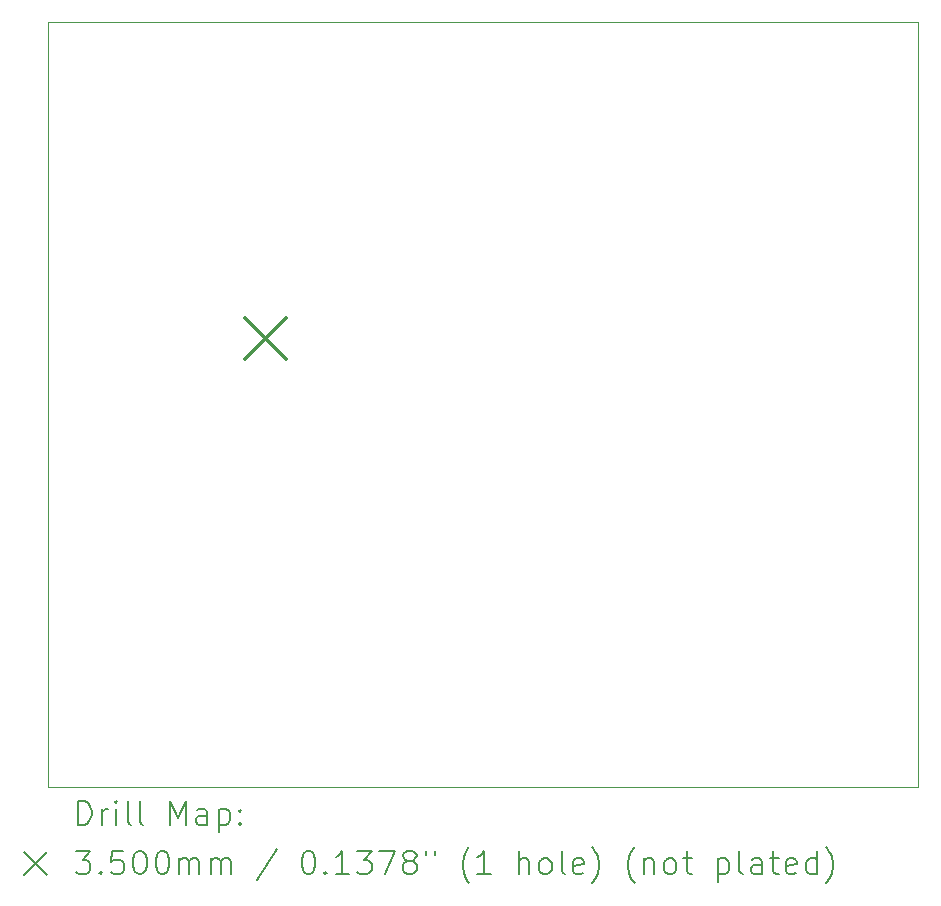
<source format=gbr>
%TF.GenerationSoftware,KiCad,Pcbnew,7.0.9*%
%TF.CreationDate,2025-08-15T16:54:00+02:00*%
%TF.ProjectId,Kicad_Projet_Sons_HW896_V2,4b696361-645f-4507-926f-6a65745f536f,rev?*%
%TF.SameCoordinates,Original*%
%TF.FileFunction,Drillmap*%
%TF.FilePolarity,Positive*%
%FSLAX45Y45*%
G04 Gerber Fmt 4.5, Leading zero omitted, Abs format (unit mm)*
G04 Created by KiCad (PCBNEW 7.0.9) date 2025-08-15 16:54:00*
%MOMM*%
%LPD*%
G01*
G04 APERTURE LIST*
%ADD10C,0.100000*%
%ADD11C,0.200000*%
%ADD12C,0.350000*%
G04 APERTURE END LIST*
D10*
X11046000Y-10800000D02*
X11046000Y-4319000D01*
X18412000Y-4319000D02*
X18412000Y-10800000D01*
X11046000Y-4319000D02*
X18412000Y-4319000D01*
X18412000Y-10800000D02*
X11046000Y-10800000D01*
D11*
D12*
X12715000Y-6824000D02*
X13065000Y-7174000D01*
X13065000Y-6824000D02*
X12715000Y-7174000D01*
D11*
X11301777Y-11116484D02*
X11301777Y-10916484D01*
X11301777Y-10916484D02*
X11349396Y-10916484D01*
X11349396Y-10916484D02*
X11377967Y-10926008D01*
X11377967Y-10926008D02*
X11397015Y-10945055D01*
X11397015Y-10945055D02*
X11406539Y-10964103D01*
X11406539Y-10964103D02*
X11416062Y-11002198D01*
X11416062Y-11002198D02*
X11416062Y-11030770D01*
X11416062Y-11030770D02*
X11406539Y-11068865D01*
X11406539Y-11068865D02*
X11397015Y-11087912D01*
X11397015Y-11087912D02*
X11377967Y-11106960D01*
X11377967Y-11106960D02*
X11349396Y-11116484D01*
X11349396Y-11116484D02*
X11301777Y-11116484D01*
X11501777Y-11116484D02*
X11501777Y-10983150D01*
X11501777Y-11021246D02*
X11511301Y-11002198D01*
X11511301Y-11002198D02*
X11520824Y-10992674D01*
X11520824Y-10992674D02*
X11539872Y-10983150D01*
X11539872Y-10983150D02*
X11558920Y-10983150D01*
X11625586Y-11116484D02*
X11625586Y-10983150D01*
X11625586Y-10916484D02*
X11616062Y-10926008D01*
X11616062Y-10926008D02*
X11625586Y-10935531D01*
X11625586Y-10935531D02*
X11635110Y-10926008D01*
X11635110Y-10926008D02*
X11625586Y-10916484D01*
X11625586Y-10916484D02*
X11625586Y-10935531D01*
X11749396Y-11116484D02*
X11730348Y-11106960D01*
X11730348Y-11106960D02*
X11720824Y-11087912D01*
X11720824Y-11087912D02*
X11720824Y-10916484D01*
X11854158Y-11116484D02*
X11835110Y-11106960D01*
X11835110Y-11106960D02*
X11825586Y-11087912D01*
X11825586Y-11087912D02*
X11825586Y-10916484D01*
X12082729Y-11116484D02*
X12082729Y-10916484D01*
X12082729Y-10916484D02*
X12149396Y-11059341D01*
X12149396Y-11059341D02*
X12216062Y-10916484D01*
X12216062Y-10916484D02*
X12216062Y-11116484D01*
X12397015Y-11116484D02*
X12397015Y-11011722D01*
X12397015Y-11011722D02*
X12387491Y-10992674D01*
X12387491Y-10992674D02*
X12368443Y-10983150D01*
X12368443Y-10983150D02*
X12330348Y-10983150D01*
X12330348Y-10983150D02*
X12311301Y-10992674D01*
X12397015Y-11106960D02*
X12377967Y-11116484D01*
X12377967Y-11116484D02*
X12330348Y-11116484D01*
X12330348Y-11116484D02*
X12311301Y-11106960D01*
X12311301Y-11106960D02*
X12301777Y-11087912D01*
X12301777Y-11087912D02*
X12301777Y-11068865D01*
X12301777Y-11068865D02*
X12311301Y-11049817D01*
X12311301Y-11049817D02*
X12330348Y-11040293D01*
X12330348Y-11040293D02*
X12377967Y-11040293D01*
X12377967Y-11040293D02*
X12397015Y-11030770D01*
X12492253Y-10983150D02*
X12492253Y-11183150D01*
X12492253Y-10992674D02*
X12511301Y-10983150D01*
X12511301Y-10983150D02*
X12549396Y-10983150D01*
X12549396Y-10983150D02*
X12568443Y-10992674D01*
X12568443Y-10992674D02*
X12577967Y-11002198D01*
X12577967Y-11002198D02*
X12587491Y-11021246D01*
X12587491Y-11021246D02*
X12587491Y-11078389D01*
X12587491Y-11078389D02*
X12577967Y-11097436D01*
X12577967Y-11097436D02*
X12568443Y-11106960D01*
X12568443Y-11106960D02*
X12549396Y-11116484D01*
X12549396Y-11116484D02*
X12511301Y-11116484D01*
X12511301Y-11116484D02*
X12492253Y-11106960D01*
X12673205Y-11097436D02*
X12682729Y-11106960D01*
X12682729Y-11106960D02*
X12673205Y-11116484D01*
X12673205Y-11116484D02*
X12663682Y-11106960D01*
X12663682Y-11106960D02*
X12673205Y-11097436D01*
X12673205Y-11097436D02*
X12673205Y-11116484D01*
X12673205Y-10992674D02*
X12682729Y-11002198D01*
X12682729Y-11002198D02*
X12673205Y-11011722D01*
X12673205Y-11011722D02*
X12663682Y-11002198D01*
X12663682Y-11002198D02*
X12673205Y-10992674D01*
X12673205Y-10992674D02*
X12673205Y-11011722D01*
X10841000Y-11345000D02*
X11041000Y-11545000D01*
X11041000Y-11345000D02*
X10841000Y-11545000D01*
X11282729Y-11336484D02*
X11406539Y-11336484D01*
X11406539Y-11336484D02*
X11339872Y-11412674D01*
X11339872Y-11412674D02*
X11368443Y-11412674D01*
X11368443Y-11412674D02*
X11387491Y-11422198D01*
X11387491Y-11422198D02*
X11397015Y-11431722D01*
X11397015Y-11431722D02*
X11406539Y-11450769D01*
X11406539Y-11450769D02*
X11406539Y-11498388D01*
X11406539Y-11498388D02*
X11397015Y-11517436D01*
X11397015Y-11517436D02*
X11387491Y-11526960D01*
X11387491Y-11526960D02*
X11368443Y-11536484D01*
X11368443Y-11536484D02*
X11311301Y-11536484D01*
X11311301Y-11536484D02*
X11292253Y-11526960D01*
X11292253Y-11526960D02*
X11282729Y-11517436D01*
X11492253Y-11517436D02*
X11501777Y-11526960D01*
X11501777Y-11526960D02*
X11492253Y-11536484D01*
X11492253Y-11536484D02*
X11482729Y-11526960D01*
X11482729Y-11526960D02*
X11492253Y-11517436D01*
X11492253Y-11517436D02*
X11492253Y-11536484D01*
X11682729Y-11336484D02*
X11587491Y-11336484D01*
X11587491Y-11336484D02*
X11577967Y-11431722D01*
X11577967Y-11431722D02*
X11587491Y-11422198D01*
X11587491Y-11422198D02*
X11606539Y-11412674D01*
X11606539Y-11412674D02*
X11654158Y-11412674D01*
X11654158Y-11412674D02*
X11673205Y-11422198D01*
X11673205Y-11422198D02*
X11682729Y-11431722D01*
X11682729Y-11431722D02*
X11692253Y-11450769D01*
X11692253Y-11450769D02*
X11692253Y-11498388D01*
X11692253Y-11498388D02*
X11682729Y-11517436D01*
X11682729Y-11517436D02*
X11673205Y-11526960D01*
X11673205Y-11526960D02*
X11654158Y-11536484D01*
X11654158Y-11536484D02*
X11606539Y-11536484D01*
X11606539Y-11536484D02*
X11587491Y-11526960D01*
X11587491Y-11526960D02*
X11577967Y-11517436D01*
X11816062Y-11336484D02*
X11835110Y-11336484D01*
X11835110Y-11336484D02*
X11854158Y-11346008D01*
X11854158Y-11346008D02*
X11863682Y-11355531D01*
X11863682Y-11355531D02*
X11873205Y-11374579D01*
X11873205Y-11374579D02*
X11882729Y-11412674D01*
X11882729Y-11412674D02*
X11882729Y-11460293D01*
X11882729Y-11460293D02*
X11873205Y-11498388D01*
X11873205Y-11498388D02*
X11863682Y-11517436D01*
X11863682Y-11517436D02*
X11854158Y-11526960D01*
X11854158Y-11526960D02*
X11835110Y-11536484D01*
X11835110Y-11536484D02*
X11816062Y-11536484D01*
X11816062Y-11536484D02*
X11797015Y-11526960D01*
X11797015Y-11526960D02*
X11787491Y-11517436D01*
X11787491Y-11517436D02*
X11777967Y-11498388D01*
X11777967Y-11498388D02*
X11768443Y-11460293D01*
X11768443Y-11460293D02*
X11768443Y-11412674D01*
X11768443Y-11412674D02*
X11777967Y-11374579D01*
X11777967Y-11374579D02*
X11787491Y-11355531D01*
X11787491Y-11355531D02*
X11797015Y-11346008D01*
X11797015Y-11346008D02*
X11816062Y-11336484D01*
X12006539Y-11336484D02*
X12025586Y-11336484D01*
X12025586Y-11336484D02*
X12044634Y-11346008D01*
X12044634Y-11346008D02*
X12054158Y-11355531D01*
X12054158Y-11355531D02*
X12063682Y-11374579D01*
X12063682Y-11374579D02*
X12073205Y-11412674D01*
X12073205Y-11412674D02*
X12073205Y-11460293D01*
X12073205Y-11460293D02*
X12063682Y-11498388D01*
X12063682Y-11498388D02*
X12054158Y-11517436D01*
X12054158Y-11517436D02*
X12044634Y-11526960D01*
X12044634Y-11526960D02*
X12025586Y-11536484D01*
X12025586Y-11536484D02*
X12006539Y-11536484D01*
X12006539Y-11536484D02*
X11987491Y-11526960D01*
X11987491Y-11526960D02*
X11977967Y-11517436D01*
X11977967Y-11517436D02*
X11968443Y-11498388D01*
X11968443Y-11498388D02*
X11958920Y-11460293D01*
X11958920Y-11460293D02*
X11958920Y-11412674D01*
X11958920Y-11412674D02*
X11968443Y-11374579D01*
X11968443Y-11374579D02*
X11977967Y-11355531D01*
X11977967Y-11355531D02*
X11987491Y-11346008D01*
X11987491Y-11346008D02*
X12006539Y-11336484D01*
X12158920Y-11536484D02*
X12158920Y-11403150D01*
X12158920Y-11422198D02*
X12168443Y-11412674D01*
X12168443Y-11412674D02*
X12187491Y-11403150D01*
X12187491Y-11403150D02*
X12216063Y-11403150D01*
X12216063Y-11403150D02*
X12235110Y-11412674D01*
X12235110Y-11412674D02*
X12244634Y-11431722D01*
X12244634Y-11431722D02*
X12244634Y-11536484D01*
X12244634Y-11431722D02*
X12254158Y-11412674D01*
X12254158Y-11412674D02*
X12273205Y-11403150D01*
X12273205Y-11403150D02*
X12301777Y-11403150D01*
X12301777Y-11403150D02*
X12320824Y-11412674D01*
X12320824Y-11412674D02*
X12330348Y-11431722D01*
X12330348Y-11431722D02*
X12330348Y-11536484D01*
X12425586Y-11536484D02*
X12425586Y-11403150D01*
X12425586Y-11422198D02*
X12435110Y-11412674D01*
X12435110Y-11412674D02*
X12454158Y-11403150D01*
X12454158Y-11403150D02*
X12482729Y-11403150D01*
X12482729Y-11403150D02*
X12501777Y-11412674D01*
X12501777Y-11412674D02*
X12511301Y-11431722D01*
X12511301Y-11431722D02*
X12511301Y-11536484D01*
X12511301Y-11431722D02*
X12520824Y-11412674D01*
X12520824Y-11412674D02*
X12539872Y-11403150D01*
X12539872Y-11403150D02*
X12568443Y-11403150D01*
X12568443Y-11403150D02*
X12587491Y-11412674D01*
X12587491Y-11412674D02*
X12597015Y-11431722D01*
X12597015Y-11431722D02*
X12597015Y-11536484D01*
X12987491Y-11326960D02*
X12816063Y-11584103D01*
X13244634Y-11336484D02*
X13263682Y-11336484D01*
X13263682Y-11336484D02*
X13282729Y-11346008D01*
X13282729Y-11346008D02*
X13292253Y-11355531D01*
X13292253Y-11355531D02*
X13301777Y-11374579D01*
X13301777Y-11374579D02*
X13311301Y-11412674D01*
X13311301Y-11412674D02*
X13311301Y-11460293D01*
X13311301Y-11460293D02*
X13301777Y-11498388D01*
X13301777Y-11498388D02*
X13292253Y-11517436D01*
X13292253Y-11517436D02*
X13282729Y-11526960D01*
X13282729Y-11526960D02*
X13263682Y-11536484D01*
X13263682Y-11536484D02*
X13244634Y-11536484D01*
X13244634Y-11536484D02*
X13225586Y-11526960D01*
X13225586Y-11526960D02*
X13216063Y-11517436D01*
X13216063Y-11517436D02*
X13206539Y-11498388D01*
X13206539Y-11498388D02*
X13197015Y-11460293D01*
X13197015Y-11460293D02*
X13197015Y-11412674D01*
X13197015Y-11412674D02*
X13206539Y-11374579D01*
X13206539Y-11374579D02*
X13216063Y-11355531D01*
X13216063Y-11355531D02*
X13225586Y-11346008D01*
X13225586Y-11346008D02*
X13244634Y-11336484D01*
X13397015Y-11517436D02*
X13406539Y-11526960D01*
X13406539Y-11526960D02*
X13397015Y-11536484D01*
X13397015Y-11536484D02*
X13387491Y-11526960D01*
X13387491Y-11526960D02*
X13397015Y-11517436D01*
X13397015Y-11517436D02*
X13397015Y-11536484D01*
X13597015Y-11536484D02*
X13482729Y-11536484D01*
X13539872Y-11536484D02*
X13539872Y-11336484D01*
X13539872Y-11336484D02*
X13520825Y-11365055D01*
X13520825Y-11365055D02*
X13501777Y-11384103D01*
X13501777Y-11384103D02*
X13482729Y-11393627D01*
X13663682Y-11336484D02*
X13787491Y-11336484D01*
X13787491Y-11336484D02*
X13720825Y-11412674D01*
X13720825Y-11412674D02*
X13749396Y-11412674D01*
X13749396Y-11412674D02*
X13768444Y-11422198D01*
X13768444Y-11422198D02*
X13777967Y-11431722D01*
X13777967Y-11431722D02*
X13787491Y-11450769D01*
X13787491Y-11450769D02*
X13787491Y-11498388D01*
X13787491Y-11498388D02*
X13777967Y-11517436D01*
X13777967Y-11517436D02*
X13768444Y-11526960D01*
X13768444Y-11526960D02*
X13749396Y-11536484D01*
X13749396Y-11536484D02*
X13692253Y-11536484D01*
X13692253Y-11536484D02*
X13673206Y-11526960D01*
X13673206Y-11526960D02*
X13663682Y-11517436D01*
X13854158Y-11336484D02*
X13987491Y-11336484D01*
X13987491Y-11336484D02*
X13901777Y-11536484D01*
X14092253Y-11422198D02*
X14073206Y-11412674D01*
X14073206Y-11412674D02*
X14063682Y-11403150D01*
X14063682Y-11403150D02*
X14054158Y-11384103D01*
X14054158Y-11384103D02*
X14054158Y-11374579D01*
X14054158Y-11374579D02*
X14063682Y-11355531D01*
X14063682Y-11355531D02*
X14073206Y-11346008D01*
X14073206Y-11346008D02*
X14092253Y-11336484D01*
X14092253Y-11336484D02*
X14130348Y-11336484D01*
X14130348Y-11336484D02*
X14149396Y-11346008D01*
X14149396Y-11346008D02*
X14158920Y-11355531D01*
X14158920Y-11355531D02*
X14168444Y-11374579D01*
X14168444Y-11374579D02*
X14168444Y-11384103D01*
X14168444Y-11384103D02*
X14158920Y-11403150D01*
X14158920Y-11403150D02*
X14149396Y-11412674D01*
X14149396Y-11412674D02*
X14130348Y-11422198D01*
X14130348Y-11422198D02*
X14092253Y-11422198D01*
X14092253Y-11422198D02*
X14073206Y-11431722D01*
X14073206Y-11431722D02*
X14063682Y-11441246D01*
X14063682Y-11441246D02*
X14054158Y-11460293D01*
X14054158Y-11460293D02*
X14054158Y-11498388D01*
X14054158Y-11498388D02*
X14063682Y-11517436D01*
X14063682Y-11517436D02*
X14073206Y-11526960D01*
X14073206Y-11526960D02*
X14092253Y-11536484D01*
X14092253Y-11536484D02*
X14130348Y-11536484D01*
X14130348Y-11536484D02*
X14149396Y-11526960D01*
X14149396Y-11526960D02*
X14158920Y-11517436D01*
X14158920Y-11517436D02*
X14168444Y-11498388D01*
X14168444Y-11498388D02*
X14168444Y-11460293D01*
X14168444Y-11460293D02*
X14158920Y-11441246D01*
X14158920Y-11441246D02*
X14149396Y-11431722D01*
X14149396Y-11431722D02*
X14130348Y-11422198D01*
X14244634Y-11336484D02*
X14244634Y-11374579D01*
X14320825Y-11336484D02*
X14320825Y-11374579D01*
X14616063Y-11612674D02*
X14606539Y-11603150D01*
X14606539Y-11603150D02*
X14587491Y-11574579D01*
X14587491Y-11574579D02*
X14577968Y-11555531D01*
X14577968Y-11555531D02*
X14568444Y-11526960D01*
X14568444Y-11526960D02*
X14558920Y-11479341D01*
X14558920Y-11479341D02*
X14558920Y-11441246D01*
X14558920Y-11441246D02*
X14568444Y-11393627D01*
X14568444Y-11393627D02*
X14577968Y-11365055D01*
X14577968Y-11365055D02*
X14587491Y-11346008D01*
X14587491Y-11346008D02*
X14606539Y-11317436D01*
X14606539Y-11317436D02*
X14616063Y-11307912D01*
X14797015Y-11536484D02*
X14682729Y-11536484D01*
X14739872Y-11536484D02*
X14739872Y-11336484D01*
X14739872Y-11336484D02*
X14720825Y-11365055D01*
X14720825Y-11365055D02*
X14701777Y-11384103D01*
X14701777Y-11384103D02*
X14682729Y-11393627D01*
X15035110Y-11536484D02*
X15035110Y-11336484D01*
X15120825Y-11536484D02*
X15120825Y-11431722D01*
X15120825Y-11431722D02*
X15111301Y-11412674D01*
X15111301Y-11412674D02*
X15092253Y-11403150D01*
X15092253Y-11403150D02*
X15063682Y-11403150D01*
X15063682Y-11403150D02*
X15044634Y-11412674D01*
X15044634Y-11412674D02*
X15035110Y-11422198D01*
X15244634Y-11536484D02*
X15225587Y-11526960D01*
X15225587Y-11526960D02*
X15216063Y-11517436D01*
X15216063Y-11517436D02*
X15206539Y-11498388D01*
X15206539Y-11498388D02*
X15206539Y-11441246D01*
X15206539Y-11441246D02*
X15216063Y-11422198D01*
X15216063Y-11422198D02*
X15225587Y-11412674D01*
X15225587Y-11412674D02*
X15244634Y-11403150D01*
X15244634Y-11403150D02*
X15273206Y-11403150D01*
X15273206Y-11403150D02*
X15292253Y-11412674D01*
X15292253Y-11412674D02*
X15301777Y-11422198D01*
X15301777Y-11422198D02*
X15311301Y-11441246D01*
X15311301Y-11441246D02*
X15311301Y-11498388D01*
X15311301Y-11498388D02*
X15301777Y-11517436D01*
X15301777Y-11517436D02*
X15292253Y-11526960D01*
X15292253Y-11526960D02*
X15273206Y-11536484D01*
X15273206Y-11536484D02*
X15244634Y-11536484D01*
X15425587Y-11536484D02*
X15406539Y-11526960D01*
X15406539Y-11526960D02*
X15397015Y-11507912D01*
X15397015Y-11507912D02*
X15397015Y-11336484D01*
X15577968Y-11526960D02*
X15558920Y-11536484D01*
X15558920Y-11536484D02*
X15520825Y-11536484D01*
X15520825Y-11536484D02*
X15501777Y-11526960D01*
X15501777Y-11526960D02*
X15492253Y-11507912D01*
X15492253Y-11507912D02*
X15492253Y-11431722D01*
X15492253Y-11431722D02*
X15501777Y-11412674D01*
X15501777Y-11412674D02*
X15520825Y-11403150D01*
X15520825Y-11403150D02*
X15558920Y-11403150D01*
X15558920Y-11403150D02*
X15577968Y-11412674D01*
X15577968Y-11412674D02*
X15587491Y-11431722D01*
X15587491Y-11431722D02*
X15587491Y-11450769D01*
X15587491Y-11450769D02*
X15492253Y-11469817D01*
X15654158Y-11612674D02*
X15663682Y-11603150D01*
X15663682Y-11603150D02*
X15682730Y-11574579D01*
X15682730Y-11574579D02*
X15692253Y-11555531D01*
X15692253Y-11555531D02*
X15701777Y-11526960D01*
X15701777Y-11526960D02*
X15711301Y-11479341D01*
X15711301Y-11479341D02*
X15711301Y-11441246D01*
X15711301Y-11441246D02*
X15701777Y-11393627D01*
X15701777Y-11393627D02*
X15692253Y-11365055D01*
X15692253Y-11365055D02*
X15682730Y-11346008D01*
X15682730Y-11346008D02*
X15663682Y-11317436D01*
X15663682Y-11317436D02*
X15654158Y-11307912D01*
X16016063Y-11612674D02*
X16006539Y-11603150D01*
X16006539Y-11603150D02*
X15987491Y-11574579D01*
X15987491Y-11574579D02*
X15977968Y-11555531D01*
X15977968Y-11555531D02*
X15968444Y-11526960D01*
X15968444Y-11526960D02*
X15958920Y-11479341D01*
X15958920Y-11479341D02*
X15958920Y-11441246D01*
X15958920Y-11441246D02*
X15968444Y-11393627D01*
X15968444Y-11393627D02*
X15977968Y-11365055D01*
X15977968Y-11365055D02*
X15987491Y-11346008D01*
X15987491Y-11346008D02*
X16006539Y-11317436D01*
X16006539Y-11317436D02*
X16016063Y-11307912D01*
X16092253Y-11403150D02*
X16092253Y-11536484D01*
X16092253Y-11422198D02*
X16101777Y-11412674D01*
X16101777Y-11412674D02*
X16120825Y-11403150D01*
X16120825Y-11403150D02*
X16149396Y-11403150D01*
X16149396Y-11403150D02*
X16168444Y-11412674D01*
X16168444Y-11412674D02*
X16177968Y-11431722D01*
X16177968Y-11431722D02*
X16177968Y-11536484D01*
X16301777Y-11536484D02*
X16282730Y-11526960D01*
X16282730Y-11526960D02*
X16273206Y-11517436D01*
X16273206Y-11517436D02*
X16263682Y-11498388D01*
X16263682Y-11498388D02*
X16263682Y-11441246D01*
X16263682Y-11441246D02*
X16273206Y-11422198D01*
X16273206Y-11422198D02*
X16282730Y-11412674D01*
X16282730Y-11412674D02*
X16301777Y-11403150D01*
X16301777Y-11403150D02*
X16330349Y-11403150D01*
X16330349Y-11403150D02*
X16349396Y-11412674D01*
X16349396Y-11412674D02*
X16358920Y-11422198D01*
X16358920Y-11422198D02*
X16368444Y-11441246D01*
X16368444Y-11441246D02*
X16368444Y-11498388D01*
X16368444Y-11498388D02*
X16358920Y-11517436D01*
X16358920Y-11517436D02*
X16349396Y-11526960D01*
X16349396Y-11526960D02*
X16330349Y-11536484D01*
X16330349Y-11536484D02*
X16301777Y-11536484D01*
X16425587Y-11403150D02*
X16501777Y-11403150D01*
X16454158Y-11336484D02*
X16454158Y-11507912D01*
X16454158Y-11507912D02*
X16463682Y-11526960D01*
X16463682Y-11526960D02*
X16482730Y-11536484D01*
X16482730Y-11536484D02*
X16501777Y-11536484D01*
X16720825Y-11403150D02*
X16720825Y-11603150D01*
X16720825Y-11412674D02*
X16739872Y-11403150D01*
X16739872Y-11403150D02*
X16777968Y-11403150D01*
X16777968Y-11403150D02*
X16797015Y-11412674D01*
X16797015Y-11412674D02*
X16806539Y-11422198D01*
X16806539Y-11422198D02*
X16816063Y-11441246D01*
X16816063Y-11441246D02*
X16816063Y-11498388D01*
X16816063Y-11498388D02*
X16806539Y-11517436D01*
X16806539Y-11517436D02*
X16797015Y-11526960D01*
X16797015Y-11526960D02*
X16777968Y-11536484D01*
X16777968Y-11536484D02*
X16739872Y-11536484D01*
X16739872Y-11536484D02*
X16720825Y-11526960D01*
X16930349Y-11536484D02*
X16911301Y-11526960D01*
X16911301Y-11526960D02*
X16901777Y-11507912D01*
X16901777Y-11507912D02*
X16901777Y-11336484D01*
X17092254Y-11536484D02*
X17092254Y-11431722D01*
X17092254Y-11431722D02*
X17082730Y-11412674D01*
X17082730Y-11412674D02*
X17063682Y-11403150D01*
X17063682Y-11403150D02*
X17025587Y-11403150D01*
X17025587Y-11403150D02*
X17006539Y-11412674D01*
X17092254Y-11526960D02*
X17073206Y-11536484D01*
X17073206Y-11536484D02*
X17025587Y-11536484D01*
X17025587Y-11536484D02*
X17006539Y-11526960D01*
X17006539Y-11526960D02*
X16997015Y-11507912D01*
X16997015Y-11507912D02*
X16997015Y-11488865D01*
X16997015Y-11488865D02*
X17006539Y-11469817D01*
X17006539Y-11469817D02*
X17025587Y-11460293D01*
X17025587Y-11460293D02*
X17073206Y-11460293D01*
X17073206Y-11460293D02*
X17092254Y-11450769D01*
X17158920Y-11403150D02*
X17235111Y-11403150D01*
X17187492Y-11336484D02*
X17187492Y-11507912D01*
X17187492Y-11507912D02*
X17197015Y-11526960D01*
X17197015Y-11526960D02*
X17216063Y-11536484D01*
X17216063Y-11536484D02*
X17235111Y-11536484D01*
X17377968Y-11526960D02*
X17358920Y-11536484D01*
X17358920Y-11536484D02*
X17320825Y-11536484D01*
X17320825Y-11536484D02*
X17301777Y-11526960D01*
X17301777Y-11526960D02*
X17292254Y-11507912D01*
X17292254Y-11507912D02*
X17292254Y-11431722D01*
X17292254Y-11431722D02*
X17301777Y-11412674D01*
X17301777Y-11412674D02*
X17320825Y-11403150D01*
X17320825Y-11403150D02*
X17358920Y-11403150D01*
X17358920Y-11403150D02*
X17377968Y-11412674D01*
X17377968Y-11412674D02*
X17387492Y-11431722D01*
X17387492Y-11431722D02*
X17387492Y-11450769D01*
X17387492Y-11450769D02*
X17292254Y-11469817D01*
X17558920Y-11536484D02*
X17558920Y-11336484D01*
X17558920Y-11526960D02*
X17539873Y-11536484D01*
X17539873Y-11536484D02*
X17501777Y-11536484D01*
X17501777Y-11536484D02*
X17482730Y-11526960D01*
X17482730Y-11526960D02*
X17473206Y-11517436D01*
X17473206Y-11517436D02*
X17463682Y-11498388D01*
X17463682Y-11498388D02*
X17463682Y-11441246D01*
X17463682Y-11441246D02*
X17473206Y-11422198D01*
X17473206Y-11422198D02*
X17482730Y-11412674D01*
X17482730Y-11412674D02*
X17501777Y-11403150D01*
X17501777Y-11403150D02*
X17539873Y-11403150D01*
X17539873Y-11403150D02*
X17558920Y-11412674D01*
X17635111Y-11612674D02*
X17644635Y-11603150D01*
X17644635Y-11603150D02*
X17663682Y-11574579D01*
X17663682Y-11574579D02*
X17673206Y-11555531D01*
X17673206Y-11555531D02*
X17682730Y-11526960D01*
X17682730Y-11526960D02*
X17692254Y-11479341D01*
X17692254Y-11479341D02*
X17692254Y-11441246D01*
X17692254Y-11441246D02*
X17682730Y-11393627D01*
X17682730Y-11393627D02*
X17673206Y-11365055D01*
X17673206Y-11365055D02*
X17663682Y-11346008D01*
X17663682Y-11346008D02*
X17644635Y-11317436D01*
X17644635Y-11317436D02*
X17635111Y-11307912D01*
M02*

</source>
